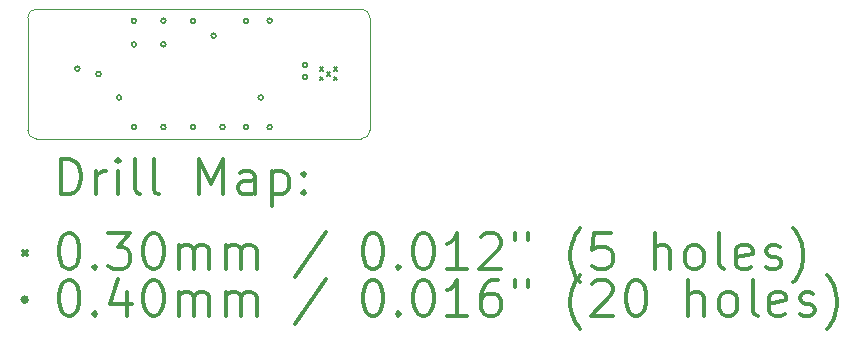
<source format=gbr>
%FSLAX45Y45*%
G04 Gerber Fmt 4.5, Leading zero omitted, Abs format (unit mm)*
G04 Created by KiCad (PCBNEW (5.1.0-1220-ga833aeeac)) date 2019-08-17 01:52:46*
%MOMM*%
%LPD*%
G04 APERTURE LIST*
%ADD10C,0.100000*%
%ADD11C,0.200000*%
%ADD12C,0.300000*%
G04 APERTURE END LIST*
D10*
X3550000Y-2350000D02*
G75*
G02X3625000Y-2275000I75000J0D01*
G01*
X3625000Y-3375000D02*
G75*
G02X3550000Y-3300000I0J75000D01*
G01*
X6450000Y-3300000D02*
G75*
G02X6375000Y-3375000I-75000J0D01*
G01*
X6375000Y-2275000D02*
G75*
G02X6450000Y-2350000I0J-75000D01*
G01*
X3625000Y-3375000D02*
X6375000Y-3375000D01*
X3550000Y-2350000D02*
X3550000Y-3300000D01*
X6375000Y-2275000D02*
X3625000Y-2275000D01*
X6450000Y-3300000D02*
X6450000Y-2350000D01*
D11*
X6023750Y-2770000D02*
X6053750Y-2800000D01*
X6053750Y-2770000D02*
X6023750Y-2800000D01*
X6023750Y-2850000D02*
X6053750Y-2880000D01*
X6053750Y-2850000D02*
X6023750Y-2880000D01*
X6083750Y-2810000D02*
X6113750Y-2840000D01*
X6113750Y-2810000D02*
X6083750Y-2840000D01*
X6143750Y-2770000D02*
X6173750Y-2800000D01*
X6173750Y-2770000D02*
X6143750Y-2800000D01*
X6143750Y-2850000D02*
X6173750Y-2880000D01*
X6173750Y-2850000D02*
X6143750Y-2880000D01*
X3991500Y-2780550D02*
G75*
G03X3991500Y-2780550I-20000J0D01*
G01*
X4170000Y-2825000D02*
G75*
G03X4170000Y-2825000I-20000J0D01*
G01*
X4345000Y-3025000D02*
G75*
G03X4345000Y-3025000I-20000J0D01*
G01*
X4470000Y-2375000D02*
G75*
G03X4470000Y-2375000I-20000J0D01*
G01*
X4470000Y-2575000D02*
G75*
G03X4470000Y-2575000I-20000J0D01*
G01*
X4470000Y-3275000D02*
G75*
G03X4470000Y-3275000I-20000J0D01*
G01*
X4720000Y-2375000D02*
G75*
G03X4720000Y-2375000I-20000J0D01*
G01*
X4720000Y-2575000D02*
G75*
G03X4720000Y-2575000I-20000J0D01*
G01*
X4720000Y-3275000D02*
G75*
G03X4720000Y-3275000I-20000J0D01*
G01*
X4970000Y-2375000D02*
G75*
G03X4970000Y-2375000I-20000J0D01*
G01*
X4970000Y-3275000D02*
G75*
G03X4970000Y-3275000I-20000J0D01*
G01*
X5145000Y-2500000D02*
G75*
G03X5145000Y-2500000I-20000J0D01*
G01*
X5220000Y-3275000D02*
G75*
G03X5220000Y-3275000I-20000J0D01*
G01*
X5420000Y-2375000D02*
G75*
G03X5420000Y-2375000I-20000J0D01*
G01*
X5420000Y-3275000D02*
G75*
G03X5420000Y-3275000I-20000J0D01*
G01*
X5545000Y-3025000D02*
G75*
G03X5545000Y-3025000I-20000J0D01*
G01*
X5620000Y-2375000D02*
G75*
G03X5620000Y-2375000I-20000J0D01*
G01*
X5620000Y-3275000D02*
G75*
G03X5620000Y-3275000I-20000J0D01*
G01*
X5920000Y-2750000D02*
G75*
G03X5920000Y-2750000I-20000J0D01*
G01*
X5920000Y-2850000D02*
G75*
G03X5920000Y-2850000I-20000J0D01*
G01*
D12*
X3831428Y-3845714D02*
X3831428Y-3545714D01*
X3902857Y-3545714D01*
X3945714Y-3560000D01*
X3974286Y-3588571D01*
X3988571Y-3617143D01*
X4002857Y-3674286D01*
X4002857Y-3717143D01*
X3988571Y-3774286D01*
X3974286Y-3802857D01*
X3945714Y-3831429D01*
X3902857Y-3845714D01*
X3831428Y-3845714D01*
X4131428Y-3845714D02*
X4131428Y-3645714D01*
X4131428Y-3702857D02*
X4145714Y-3674286D01*
X4160000Y-3660000D01*
X4188571Y-3645714D01*
X4217143Y-3645714D01*
X4317143Y-3845714D02*
X4317143Y-3645714D01*
X4317143Y-3545714D02*
X4302857Y-3560000D01*
X4317143Y-3574286D01*
X4331428Y-3560000D01*
X4317143Y-3545714D01*
X4317143Y-3574286D01*
X4502857Y-3845714D02*
X4474286Y-3831429D01*
X4460000Y-3802857D01*
X4460000Y-3545714D01*
X4660000Y-3845714D02*
X4631428Y-3831429D01*
X4617143Y-3802857D01*
X4617143Y-3545714D01*
X5002857Y-3845714D02*
X5002857Y-3545714D01*
X5102857Y-3760000D01*
X5202857Y-3545714D01*
X5202857Y-3845714D01*
X5474286Y-3845714D02*
X5474286Y-3688571D01*
X5460000Y-3660000D01*
X5431428Y-3645714D01*
X5374286Y-3645714D01*
X5345714Y-3660000D01*
X5474286Y-3831429D02*
X5445714Y-3845714D01*
X5374286Y-3845714D01*
X5345714Y-3831429D01*
X5331428Y-3802857D01*
X5331428Y-3774286D01*
X5345714Y-3745714D01*
X5374286Y-3731429D01*
X5445714Y-3731429D01*
X5474286Y-3717143D01*
X5617143Y-3645714D02*
X5617143Y-3945714D01*
X5617143Y-3660000D02*
X5645714Y-3645714D01*
X5702857Y-3645714D01*
X5731428Y-3660000D01*
X5745714Y-3674286D01*
X5760000Y-3702857D01*
X5760000Y-3788571D01*
X5745714Y-3817143D01*
X5731428Y-3831429D01*
X5702857Y-3845714D01*
X5645714Y-3845714D01*
X5617143Y-3831429D01*
X5888571Y-3817143D02*
X5902857Y-3831429D01*
X5888571Y-3845714D01*
X5874286Y-3831429D01*
X5888571Y-3817143D01*
X5888571Y-3845714D01*
X5888571Y-3660000D02*
X5902857Y-3674286D01*
X5888571Y-3688571D01*
X5874286Y-3674286D01*
X5888571Y-3660000D01*
X5888571Y-3688571D01*
X3515000Y-4325000D02*
X3545000Y-4355000D01*
X3545000Y-4325000D02*
X3515000Y-4355000D01*
X3888571Y-4175714D02*
X3917143Y-4175714D01*
X3945714Y-4190000D01*
X3960000Y-4204286D01*
X3974286Y-4232857D01*
X3988571Y-4290000D01*
X3988571Y-4361429D01*
X3974286Y-4418572D01*
X3960000Y-4447143D01*
X3945714Y-4461429D01*
X3917143Y-4475714D01*
X3888571Y-4475714D01*
X3860000Y-4461429D01*
X3845714Y-4447143D01*
X3831428Y-4418572D01*
X3817143Y-4361429D01*
X3817143Y-4290000D01*
X3831428Y-4232857D01*
X3845714Y-4204286D01*
X3860000Y-4190000D01*
X3888571Y-4175714D01*
X4117143Y-4447143D02*
X4131428Y-4461429D01*
X4117143Y-4475714D01*
X4102857Y-4461429D01*
X4117143Y-4447143D01*
X4117143Y-4475714D01*
X4231428Y-4175714D02*
X4417143Y-4175714D01*
X4317143Y-4290000D01*
X4360000Y-4290000D01*
X4388571Y-4304286D01*
X4402857Y-4318572D01*
X4417143Y-4347143D01*
X4417143Y-4418572D01*
X4402857Y-4447143D01*
X4388571Y-4461429D01*
X4360000Y-4475714D01*
X4274286Y-4475714D01*
X4245714Y-4461429D01*
X4231428Y-4447143D01*
X4602857Y-4175714D02*
X4631428Y-4175714D01*
X4660000Y-4190000D01*
X4674286Y-4204286D01*
X4688571Y-4232857D01*
X4702857Y-4290000D01*
X4702857Y-4361429D01*
X4688571Y-4418572D01*
X4674286Y-4447143D01*
X4660000Y-4461429D01*
X4631428Y-4475714D01*
X4602857Y-4475714D01*
X4574286Y-4461429D01*
X4560000Y-4447143D01*
X4545714Y-4418572D01*
X4531428Y-4361429D01*
X4531428Y-4290000D01*
X4545714Y-4232857D01*
X4560000Y-4204286D01*
X4574286Y-4190000D01*
X4602857Y-4175714D01*
X4831428Y-4475714D02*
X4831428Y-4275714D01*
X4831428Y-4304286D02*
X4845714Y-4290000D01*
X4874286Y-4275714D01*
X4917143Y-4275714D01*
X4945714Y-4290000D01*
X4960000Y-4318572D01*
X4960000Y-4475714D01*
X4960000Y-4318572D02*
X4974286Y-4290000D01*
X5002857Y-4275714D01*
X5045714Y-4275714D01*
X5074286Y-4290000D01*
X5088571Y-4318572D01*
X5088571Y-4475714D01*
X5231428Y-4475714D02*
X5231428Y-4275714D01*
X5231428Y-4304286D02*
X5245714Y-4290000D01*
X5274286Y-4275714D01*
X5317143Y-4275714D01*
X5345714Y-4290000D01*
X5360000Y-4318572D01*
X5360000Y-4475714D01*
X5360000Y-4318572D02*
X5374286Y-4290000D01*
X5402857Y-4275714D01*
X5445714Y-4275714D01*
X5474286Y-4290000D01*
X5488571Y-4318572D01*
X5488571Y-4475714D01*
X6074286Y-4161429D02*
X5817143Y-4547143D01*
X6460000Y-4175714D02*
X6488571Y-4175714D01*
X6517143Y-4190000D01*
X6531428Y-4204286D01*
X6545714Y-4232857D01*
X6560000Y-4290000D01*
X6560000Y-4361429D01*
X6545714Y-4418572D01*
X6531428Y-4447143D01*
X6517143Y-4461429D01*
X6488571Y-4475714D01*
X6460000Y-4475714D01*
X6431428Y-4461429D01*
X6417143Y-4447143D01*
X6402857Y-4418572D01*
X6388571Y-4361429D01*
X6388571Y-4290000D01*
X6402857Y-4232857D01*
X6417143Y-4204286D01*
X6431428Y-4190000D01*
X6460000Y-4175714D01*
X6688571Y-4447143D02*
X6702857Y-4461429D01*
X6688571Y-4475714D01*
X6674286Y-4461429D01*
X6688571Y-4447143D01*
X6688571Y-4475714D01*
X6888571Y-4175714D02*
X6917143Y-4175714D01*
X6945714Y-4190000D01*
X6960000Y-4204286D01*
X6974286Y-4232857D01*
X6988571Y-4290000D01*
X6988571Y-4361429D01*
X6974286Y-4418572D01*
X6960000Y-4447143D01*
X6945714Y-4461429D01*
X6917143Y-4475714D01*
X6888571Y-4475714D01*
X6860000Y-4461429D01*
X6845714Y-4447143D01*
X6831428Y-4418572D01*
X6817143Y-4361429D01*
X6817143Y-4290000D01*
X6831428Y-4232857D01*
X6845714Y-4204286D01*
X6860000Y-4190000D01*
X6888571Y-4175714D01*
X7274286Y-4475714D02*
X7102857Y-4475714D01*
X7188571Y-4475714D02*
X7188571Y-4175714D01*
X7160000Y-4218572D01*
X7131428Y-4247143D01*
X7102857Y-4261429D01*
X7388571Y-4204286D02*
X7402857Y-4190000D01*
X7431428Y-4175714D01*
X7502857Y-4175714D01*
X7531428Y-4190000D01*
X7545714Y-4204286D01*
X7560000Y-4232857D01*
X7560000Y-4261429D01*
X7545714Y-4304286D01*
X7374286Y-4475714D01*
X7560000Y-4475714D01*
X7674286Y-4175714D02*
X7674286Y-4232857D01*
X7788571Y-4175714D02*
X7788571Y-4232857D01*
X8231428Y-4590000D02*
X8217143Y-4575714D01*
X8188571Y-4532857D01*
X8174286Y-4504286D01*
X8160000Y-4461429D01*
X8145714Y-4390000D01*
X8145714Y-4332857D01*
X8160000Y-4261429D01*
X8174286Y-4218572D01*
X8188571Y-4190000D01*
X8217143Y-4147143D01*
X8231428Y-4132857D01*
X8488571Y-4175714D02*
X8345714Y-4175714D01*
X8331428Y-4318572D01*
X8345714Y-4304286D01*
X8374286Y-4290000D01*
X8445714Y-4290000D01*
X8474286Y-4304286D01*
X8488571Y-4318572D01*
X8502857Y-4347143D01*
X8502857Y-4418572D01*
X8488571Y-4447143D01*
X8474286Y-4461429D01*
X8445714Y-4475714D01*
X8374286Y-4475714D01*
X8345714Y-4461429D01*
X8331428Y-4447143D01*
X8860000Y-4475714D02*
X8860000Y-4175714D01*
X8988571Y-4475714D02*
X8988571Y-4318572D01*
X8974286Y-4290000D01*
X8945714Y-4275714D01*
X8902857Y-4275714D01*
X8874286Y-4290000D01*
X8860000Y-4304286D01*
X9174286Y-4475714D02*
X9145714Y-4461429D01*
X9131428Y-4447143D01*
X9117143Y-4418572D01*
X9117143Y-4332857D01*
X9131428Y-4304286D01*
X9145714Y-4290000D01*
X9174286Y-4275714D01*
X9217143Y-4275714D01*
X9245714Y-4290000D01*
X9260000Y-4304286D01*
X9274286Y-4332857D01*
X9274286Y-4418572D01*
X9260000Y-4447143D01*
X9245714Y-4461429D01*
X9217143Y-4475714D01*
X9174286Y-4475714D01*
X9445714Y-4475714D02*
X9417143Y-4461429D01*
X9402857Y-4432857D01*
X9402857Y-4175714D01*
X9674286Y-4461429D02*
X9645714Y-4475714D01*
X9588571Y-4475714D01*
X9560000Y-4461429D01*
X9545714Y-4432857D01*
X9545714Y-4318572D01*
X9560000Y-4290000D01*
X9588571Y-4275714D01*
X9645714Y-4275714D01*
X9674286Y-4290000D01*
X9688571Y-4318572D01*
X9688571Y-4347143D01*
X9545714Y-4375714D01*
X9802857Y-4461429D02*
X9831428Y-4475714D01*
X9888571Y-4475714D01*
X9917143Y-4461429D01*
X9931428Y-4432857D01*
X9931428Y-4418572D01*
X9917143Y-4390000D01*
X9888571Y-4375714D01*
X9845714Y-4375714D01*
X9817143Y-4361429D01*
X9802857Y-4332857D01*
X9802857Y-4318572D01*
X9817143Y-4290000D01*
X9845714Y-4275714D01*
X9888571Y-4275714D01*
X9917143Y-4290000D01*
X10031428Y-4590000D02*
X10045714Y-4575714D01*
X10074286Y-4532857D01*
X10088571Y-4504286D01*
X10102857Y-4461429D01*
X10117143Y-4390000D01*
X10117143Y-4332857D01*
X10102857Y-4261429D01*
X10088571Y-4218572D01*
X10074286Y-4190000D01*
X10045714Y-4147143D01*
X10031428Y-4132857D01*
X3545000Y-4736000D02*
G75*
G03X3545000Y-4736000I-20000J0D01*
G01*
X3888571Y-4571714D02*
X3917143Y-4571714D01*
X3945714Y-4586000D01*
X3960000Y-4600286D01*
X3974286Y-4628857D01*
X3988571Y-4686000D01*
X3988571Y-4757429D01*
X3974286Y-4814572D01*
X3960000Y-4843143D01*
X3945714Y-4857429D01*
X3917143Y-4871714D01*
X3888571Y-4871714D01*
X3860000Y-4857429D01*
X3845714Y-4843143D01*
X3831428Y-4814572D01*
X3817143Y-4757429D01*
X3817143Y-4686000D01*
X3831428Y-4628857D01*
X3845714Y-4600286D01*
X3860000Y-4586000D01*
X3888571Y-4571714D01*
X4117143Y-4843143D02*
X4131428Y-4857429D01*
X4117143Y-4871714D01*
X4102857Y-4857429D01*
X4117143Y-4843143D01*
X4117143Y-4871714D01*
X4388571Y-4671714D02*
X4388571Y-4871714D01*
X4317143Y-4557429D02*
X4245714Y-4771714D01*
X4431428Y-4771714D01*
X4602857Y-4571714D02*
X4631428Y-4571714D01*
X4660000Y-4586000D01*
X4674286Y-4600286D01*
X4688571Y-4628857D01*
X4702857Y-4686000D01*
X4702857Y-4757429D01*
X4688571Y-4814572D01*
X4674286Y-4843143D01*
X4660000Y-4857429D01*
X4631428Y-4871714D01*
X4602857Y-4871714D01*
X4574286Y-4857429D01*
X4560000Y-4843143D01*
X4545714Y-4814572D01*
X4531428Y-4757429D01*
X4531428Y-4686000D01*
X4545714Y-4628857D01*
X4560000Y-4600286D01*
X4574286Y-4586000D01*
X4602857Y-4571714D01*
X4831428Y-4871714D02*
X4831428Y-4671714D01*
X4831428Y-4700286D02*
X4845714Y-4686000D01*
X4874286Y-4671714D01*
X4917143Y-4671714D01*
X4945714Y-4686000D01*
X4960000Y-4714572D01*
X4960000Y-4871714D01*
X4960000Y-4714572D02*
X4974286Y-4686000D01*
X5002857Y-4671714D01*
X5045714Y-4671714D01*
X5074286Y-4686000D01*
X5088571Y-4714572D01*
X5088571Y-4871714D01*
X5231428Y-4871714D02*
X5231428Y-4671714D01*
X5231428Y-4700286D02*
X5245714Y-4686000D01*
X5274286Y-4671714D01*
X5317143Y-4671714D01*
X5345714Y-4686000D01*
X5360000Y-4714572D01*
X5360000Y-4871714D01*
X5360000Y-4714572D02*
X5374286Y-4686000D01*
X5402857Y-4671714D01*
X5445714Y-4671714D01*
X5474286Y-4686000D01*
X5488571Y-4714572D01*
X5488571Y-4871714D01*
X6074286Y-4557429D02*
X5817143Y-4943143D01*
X6460000Y-4571714D02*
X6488571Y-4571714D01*
X6517143Y-4586000D01*
X6531428Y-4600286D01*
X6545714Y-4628857D01*
X6560000Y-4686000D01*
X6560000Y-4757429D01*
X6545714Y-4814572D01*
X6531428Y-4843143D01*
X6517143Y-4857429D01*
X6488571Y-4871714D01*
X6460000Y-4871714D01*
X6431428Y-4857429D01*
X6417143Y-4843143D01*
X6402857Y-4814572D01*
X6388571Y-4757429D01*
X6388571Y-4686000D01*
X6402857Y-4628857D01*
X6417143Y-4600286D01*
X6431428Y-4586000D01*
X6460000Y-4571714D01*
X6688571Y-4843143D02*
X6702857Y-4857429D01*
X6688571Y-4871714D01*
X6674286Y-4857429D01*
X6688571Y-4843143D01*
X6688571Y-4871714D01*
X6888571Y-4571714D02*
X6917143Y-4571714D01*
X6945714Y-4586000D01*
X6960000Y-4600286D01*
X6974286Y-4628857D01*
X6988571Y-4686000D01*
X6988571Y-4757429D01*
X6974286Y-4814572D01*
X6960000Y-4843143D01*
X6945714Y-4857429D01*
X6917143Y-4871714D01*
X6888571Y-4871714D01*
X6860000Y-4857429D01*
X6845714Y-4843143D01*
X6831428Y-4814572D01*
X6817143Y-4757429D01*
X6817143Y-4686000D01*
X6831428Y-4628857D01*
X6845714Y-4600286D01*
X6860000Y-4586000D01*
X6888571Y-4571714D01*
X7274286Y-4871714D02*
X7102857Y-4871714D01*
X7188571Y-4871714D02*
X7188571Y-4571714D01*
X7160000Y-4614572D01*
X7131428Y-4643143D01*
X7102857Y-4657429D01*
X7531428Y-4571714D02*
X7474286Y-4571714D01*
X7445714Y-4586000D01*
X7431428Y-4600286D01*
X7402857Y-4643143D01*
X7388571Y-4700286D01*
X7388571Y-4814572D01*
X7402857Y-4843143D01*
X7417143Y-4857429D01*
X7445714Y-4871714D01*
X7502857Y-4871714D01*
X7531428Y-4857429D01*
X7545714Y-4843143D01*
X7560000Y-4814572D01*
X7560000Y-4743143D01*
X7545714Y-4714572D01*
X7531428Y-4700286D01*
X7502857Y-4686000D01*
X7445714Y-4686000D01*
X7417143Y-4700286D01*
X7402857Y-4714572D01*
X7388571Y-4743143D01*
X7674286Y-4571714D02*
X7674286Y-4628857D01*
X7788571Y-4571714D02*
X7788571Y-4628857D01*
X8231428Y-4986000D02*
X8217143Y-4971714D01*
X8188571Y-4928857D01*
X8174286Y-4900286D01*
X8160000Y-4857429D01*
X8145714Y-4786000D01*
X8145714Y-4728857D01*
X8160000Y-4657429D01*
X8174286Y-4614572D01*
X8188571Y-4586000D01*
X8217143Y-4543143D01*
X8231428Y-4528857D01*
X8331428Y-4600286D02*
X8345714Y-4586000D01*
X8374286Y-4571714D01*
X8445714Y-4571714D01*
X8474286Y-4586000D01*
X8488571Y-4600286D01*
X8502857Y-4628857D01*
X8502857Y-4657429D01*
X8488571Y-4700286D01*
X8317143Y-4871714D01*
X8502857Y-4871714D01*
X8688571Y-4571714D02*
X8717143Y-4571714D01*
X8745714Y-4586000D01*
X8760000Y-4600286D01*
X8774286Y-4628857D01*
X8788571Y-4686000D01*
X8788571Y-4757429D01*
X8774286Y-4814572D01*
X8760000Y-4843143D01*
X8745714Y-4857429D01*
X8717143Y-4871714D01*
X8688571Y-4871714D01*
X8660000Y-4857429D01*
X8645714Y-4843143D01*
X8631428Y-4814572D01*
X8617143Y-4757429D01*
X8617143Y-4686000D01*
X8631428Y-4628857D01*
X8645714Y-4600286D01*
X8660000Y-4586000D01*
X8688571Y-4571714D01*
X9145714Y-4871714D02*
X9145714Y-4571714D01*
X9274286Y-4871714D02*
X9274286Y-4714572D01*
X9260000Y-4686000D01*
X9231428Y-4671714D01*
X9188571Y-4671714D01*
X9160000Y-4686000D01*
X9145714Y-4700286D01*
X9460000Y-4871714D02*
X9431428Y-4857429D01*
X9417143Y-4843143D01*
X9402857Y-4814572D01*
X9402857Y-4728857D01*
X9417143Y-4700286D01*
X9431428Y-4686000D01*
X9460000Y-4671714D01*
X9502857Y-4671714D01*
X9531428Y-4686000D01*
X9545714Y-4700286D01*
X9560000Y-4728857D01*
X9560000Y-4814572D01*
X9545714Y-4843143D01*
X9531428Y-4857429D01*
X9502857Y-4871714D01*
X9460000Y-4871714D01*
X9731428Y-4871714D02*
X9702857Y-4857429D01*
X9688571Y-4828857D01*
X9688571Y-4571714D01*
X9960000Y-4857429D02*
X9931428Y-4871714D01*
X9874286Y-4871714D01*
X9845714Y-4857429D01*
X9831428Y-4828857D01*
X9831428Y-4714572D01*
X9845714Y-4686000D01*
X9874286Y-4671714D01*
X9931428Y-4671714D01*
X9960000Y-4686000D01*
X9974286Y-4714572D01*
X9974286Y-4743143D01*
X9831428Y-4771714D01*
X10088571Y-4857429D02*
X10117143Y-4871714D01*
X10174286Y-4871714D01*
X10202857Y-4857429D01*
X10217143Y-4828857D01*
X10217143Y-4814572D01*
X10202857Y-4786000D01*
X10174286Y-4771714D01*
X10131428Y-4771714D01*
X10102857Y-4757429D01*
X10088571Y-4728857D01*
X10088571Y-4714572D01*
X10102857Y-4686000D01*
X10131428Y-4671714D01*
X10174286Y-4671714D01*
X10202857Y-4686000D01*
X10317143Y-4986000D02*
X10331428Y-4971714D01*
X10360000Y-4928857D01*
X10374286Y-4900286D01*
X10388571Y-4857429D01*
X10402857Y-4786000D01*
X10402857Y-4728857D01*
X10388571Y-4657429D01*
X10374286Y-4614572D01*
X10360000Y-4586000D01*
X10331428Y-4543143D01*
X10317143Y-4528857D01*
M02*

</source>
